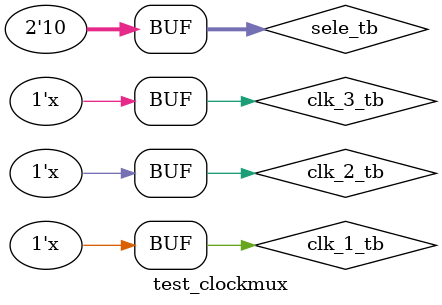
<source format=v>
`timescale 1ns / 1ps


module test_clockmux();
    reg clk_1_tb;
    reg clk_2_tb;
    reg clk_3_tb;
    reg[1:0] sele_tb;
    wire clkOut_tb;
    
    
    
    //TestBench muestra la señal en directa. Cuando se pulsa el rst reinicia
    initial
    begin
        clk_1_tb = 0;
        clk_2_tb = 0;
        clk_3_tb = 0;
        
        sele_tb = 2'b00;
        #200;
        
        sele_tb = 2'b01;
        #200;
        
        sele_tb = 2'b10;
        #200;

    end
     //Aqui configuramos los clocks a diferentes periodos
    always
    begin
        #10;
        clk_1_tb = ~ clk_1_tb;
    end
    
        always
    begin
        #20;
        clk_2_tb = ~ clk_2_tb;
    end
    
        always
    begin
        #40;
        clk_3_tb = ~ clk_3_tb;
    end
    
    ClockMux ClockMux(clk_1_tb, clk_2_tb, clk_3_tb, sele_tb, clkOut_tb);
endmodule

</source>
